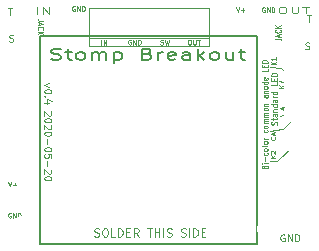
<source format=gto>
G04 #@! TF.GenerationSoftware,KiCad,Pcbnew,(5.99.0-1730-g52ae0df7a)*
G04 #@! TF.CreationDate,2020-05-20T09:09:00+03:00*
G04 #@! TF.ProjectId,stomp-breakout,73746f6d-702d-4627-9265-616b6f75742e,rev?*
G04 #@! TF.SameCoordinates,Original*
G04 #@! TF.FileFunction,Legend,Top*
G04 #@! TF.FilePolarity,Positive*
%FSLAX46Y46*%
G04 Gerber Fmt 4.6, Leading zero omitted, Abs format (unit mm)*
G04 Created by KiCad (PCBNEW (5.99.0-1730-g52ae0df7a)) date 2020-05-20 09:09:00*
%MOMM*%
%LPD*%
G01*
G04 APERTURE LIST*
%ADD10C,0.120000*%
%ADD11C,0.080000*%
%ADD12C,0.100000*%
%ADD13C,0.150000*%
%ADD14C,0.152400*%
%ADD15O,2.030400X2.030400*%
%ADD16O,1.700000X1.700000*%
%ADD17C,1.700000*%
%ADD18C,1.900000*%
%ADD19O,3.916000X3.916000*%
G04 APERTURE END LIST*
D10*
X158623000Y-96418400D02*
X160096200Y-94945200D01*
X157962600Y-96418400D02*
X158623000Y-96418400D01*
D11*
X158473752Y-88230038D02*
X158073752Y-88230038D01*
X158473752Y-88001466D02*
X158245180Y-88172895D01*
X158073752Y-88001466D02*
X158302323Y-88230038D01*
X158473752Y-87620514D02*
X158473752Y-87849085D01*
X158473752Y-87734800D02*
X158073752Y-87734800D01*
X158130895Y-87772895D01*
X158168990Y-87810990D01*
X158188038Y-87849085D01*
X159096066Y-92043238D02*
X159096066Y-91852761D01*
X159210352Y-92081333D02*
X158810352Y-91948000D01*
X159210352Y-91814666D01*
X158448352Y-96154838D02*
X158048352Y-96154838D01*
X158448352Y-95926266D02*
X158219780Y-96097695D01*
X158048352Y-95926266D02*
X158276923Y-96154838D01*
X158086447Y-95773885D02*
X158067400Y-95754838D01*
X158048352Y-95716742D01*
X158048352Y-95621504D01*
X158067400Y-95583409D01*
X158086447Y-95564361D01*
X158124542Y-95545314D01*
X158162638Y-95545314D01*
X158219780Y-95564361D01*
X158448352Y-95792933D01*
X158448352Y-95545314D01*
X159159552Y-90198561D02*
X158759552Y-90198561D01*
X159159552Y-89969990D02*
X158930980Y-90141419D01*
X158759552Y-89969990D02*
X158988123Y-90198561D01*
X158410257Y-94357819D02*
X158429304Y-94376866D01*
X158448352Y-94434009D01*
X158448352Y-94472104D01*
X158429304Y-94529247D01*
X158391209Y-94567342D01*
X158353114Y-94586390D01*
X158276923Y-94605438D01*
X158219780Y-94605438D01*
X158143590Y-94586390D01*
X158105495Y-94567342D01*
X158067400Y-94529247D01*
X158048352Y-94472104D01*
X158048352Y-94434009D01*
X158067400Y-94376866D01*
X158086447Y-94357819D01*
X158334066Y-94205438D02*
X158334066Y-94014961D01*
X158448352Y-94243533D02*
X158048352Y-94110200D01*
X158448352Y-93976866D01*
D10*
X159054800Y-93700600D02*
X160147000Y-92710000D01*
X158013400Y-93853000D02*
X159029400Y-93726000D01*
X158953200Y-88493600D02*
X159842200Y-89382600D01*
X157988000Y-88442800D02*
X158953200Y-88493600D01*
X158800800Y-92608400D02*
X159410400Y-92405200D01*
X158775400Y-89636600D02*
X159410400Y-89814400D01*
D11*
X157520485Y-96886000D02*
X157544295Y-96826000D01*
X157568104Y-96806000D01*
X157615723Y-96786000D01*
X157687152Y-96786000D01*
X157734771Y-96806000D01*
X157758580Y-96826000D01*
X157782390Y-96866000D01*
X157782390Y-97026000D01*
X157282390Y-97026000D01*
X157282390Y-96886000D01*
X157306200Y-96846000D01*
X157330009Y-96826000D01*
X157377628Y-96806000D01*
X157425247Y-96806000D01*
X157472866Y-96826000D01*
X157496676Y-96846000D01*
X157520485Y-96886000D01*
X157520485Y-97026000D01*
X157782390Y-96606000D02*
X157449057Y-96606000D01*
X157282390Y-96606000D02*
X157306200Y-96626000D01*
X157330009Y-96606000D01*
X157306200Y-96586000D01*
X157282390Y-96606000D01*
X157330009Y-96606000D01*
X157591914Y-96406000D02*
X157591914Y-96086000D01*
X157758580Y-95706000D02*
X157782390Y-95746000D01*
X157782390Y-95826000D01*
X157758580Y-95866000D01*
X157734771Y-95886000D01*
X157687152Y-95906000D01*
X157544295Y-95906000D01*
X157496676Y-95886000D01*
X157472866Y-95866000D01*
X157449057Y-95826000D01*
X157449057Y-95746000D01*
X157472866Y-95706000D01*
X157782390Y-95466000D02*
X157758580Y-95506000D01*
X157734771Y-95526000D01*
X157687152Y-95546000D01*
X157544295Y-95546000D01*
X157496676Y-95526000D01*
X157472866Y-95506000D01*
X157449057Y-95466000D01*
X157449057Y-95406000D01*
X157472866Y-95366000D01*
X157496676Y-95346000D01*
X157544295Y-95326000D01*
X157687152Y-95326000D01*
X157734771Y-95346000D01*
X157758580Y-95366000D01*
X157782390Y-95406000D01*
X157782390Y-95466000D01*
X157782390Y-95086000D02*
X157758580Y-95126000D01*
X157710961Y-95146000D01*
X157282390Y-95146000D01*
X157782390Y-94866000D02*
X157758580Y-94906000D01*
X157734771Y-94926000D01*
X157687152Y-94946000D01*
X157544295Y-94946000D01*
X157496676Y-94926000D01*
X157472866Y-94906000D01*
X157449057Y-94866000D01*
X157449057Y-94806000D01*
X157472866Y-94766000D01*
X157496676Y-94746000D01*
X157544295Y-94726000D01*
X157687152Y-94726000D01*
X157734771Y-94746000D01*
X157758580Y-94766000D01*
X157782390Y-94806000D01*
X157782390Y-94866000D01*
X157782390Y-94546000D02*
X157449057Y-94546000D01*
X157544295Y-94546000D02*
X157496676Y-94526000D01*
X157472866Y-94506000D01*
X157449057Y-94466000D01*
X157449057Y-94426000D01*
X157758580Y-93786000D02*
X157782390Y-93826000D01*
X157782390Y-93906000D01*
X157758580Y-93946000D01*
X157734771Y-93966000D01*
X157687152Y-93986000D01*
X157544295Y-93986000D01*
X157496676Y-93966000D01*
X157472866Y-93946000D01*
X157449057Y-93906000D01*
X157449057Y-93826000D01*
X157472866Y-93786000D01*
X157782390Y-93546000D02*
X157758580Y-93586000D01*
X157734771Y-93606000D01*
X157687152Y-93626000D01*
X157544295Y-93626000D01*
X157496676Y-93606000D01*
X157472866Y-93586000D01*
X157449057Y-93546000D01*
X157449057Y-93486000D01*
X157472866Y-93446000D01*
X157496676Y-93426000D01*
X157544295Y-93406000D01*
X157687152Y-93406000D01*
X157734771Y-93426000D01*
X157758580Y-93446000D01*
X157782390Y-93486000D01*
X157782390Y-93546000D01*
X157782390Y-93226000D02*
X157449057Y-93226000D01*
X157496676Y-93226000D02*
X157472866Y-93206000D01*
X157449057Y-93166000D01*
X157449057Y-93106000D01*
X157472866Y-93066000D01*
X157520485Y-93046000D01*
X157782390Y-93046000D01*
X157520485Y-93046000D02*
X157472866Y-93026000D01*
X157449057Y-92986000D01*
X157449057Y-92926000D01*
X157472866Y-92886000D01*
X157520485Y-92866000D01*
X157782390Y-92866000D01*
X157782390Y-92666000D02*
X157449057Y-92666000D01*
X157496676Y-92666000D02*
X157472866Y-92646000D01*
X157449057Y-92606000D01*
X157449057Y-92546000D01*
X157472866Y-92506000D01*
X157520485Y-92486000D01*
X157782390Y-92486000D01*
X157520485Y-92486000D02*
X157472866Y-92466000D01*
X157449057Y-92426000D01*
X157449057Y-92366000D01*
X157472866Y-92326000D01*
X157520485Y-92306000D01*
X157782390Y-92306000D01*
X157782390Y-92046000D02*
X157758580Y-92086000D01*
X157734771Y-92106000D01*
X157687152Y-92126000D01*
X157544295Y-92126000D01*
X157496676Y-92106000D01*
X157472866Y-92086000D01*
X157449057Y-92046000D01*
X157449057Y-91986000D01*
X157472866Y-91946000D01*
X157496676Y-91926000D01*
X157544295Y-91906000D01*
X157687152Y-91906000D01*
X157734771Y-91926000D01*
X157758580Y-91946000D01*
X157782390Y-91986000D01*
X157782390Y-92046000D01*
X157449057Y-91726000D02*
X157782390Y-91726000D01*
X157496676Y-91726000D02*
X157472866Y-91706000D01*
X157449057Y-91666000D01*
X157449057Y-91606000D01*
X157472866Y-91566000D01*
X157520485Y-91546000D01*
X157782390Y-91546000D01*
X157782390Y-90846000D02*
X157520485Y-90846000D01*
X157472866Y-90866000D01*
X157449057Y-90906000D01*
X157449057Y-90986000D01*
X157472866Y-91026000D01*
X157758580Y-90846000D02*
X157782390Y-90886000D01*
X157782390Y-90986000D01*
X157758580Y-91026000D01*
X157710961Y-91046000D01*
X157663342Y-91046000D01*
X157615723Y-91026000D01*
X157591914Y-90986000D01*
X157591914Y-90886000D01*
X157568104Y-90846000D01*
X157449057Y-90646000D02*
X157782390Y-90646000D01*
X157496676Y-90646000D02*
X157472866Y-90626000D01*
X157449057Y-90586000D01*
X157449057Y-90526000D01*
X157472866Y-90486000D01*
X157520485Y-90466000D01*
X157782390Y-90466000D01*
X157782390Y-90206000D02*
X157758580Y-90246000D01*
X157734771Y-90266000D01*
X157687152Y-90286000D01*
X157544295Y-90286000D01*
X157496676Y-90266000D01*
X157472866Y-90246000D01*
X157449057Y-90206000D01*
X157449057Y-90146000D01*
X157472866Y-90106000D01*
X157496676Y-90086000D01*
X157544295Y-90066000D01*
X157687152Y-90066000D01*
X157734771Y-90086000D01*
X157758580Y-90106000D01*
X157782390Y-90146000D01*
X157782390Y-90206000D01*
X157782390Y-89706000D02*
X157282390Y-89706000D01*
X157758580Y-89706000D02*
X157782390Y-89746000D01*
X157782390Y-89826000D01*
X157758580Y-89866000D01*
X157734771Y-89886000D01*
X157687152Y-89906000D01*
X157544295Y-89906000D01*
X157496676Y-89886000D01*
X157472866Y-89866000D01*
X157449057Y-89826000D01*
X157449057Y-89746000D01*
X157472866Y-89706000D01*
X157758580Y-89346000D02*
X157782390Y-89386000D01*
X157782390Y-89466000D01*
X157758580Y-89506000D01*
X157710961Y-89526000D01*
X157520485Y-89526000D01*
X157472866Y-89506000D01*
X157449057Y-89466000D01*
X157449057Y-89386000D01*
X157472866Y-89346000D01*
X157520485Y-89326000D01*
X157568104Y-89326000D01*
X157615723Y-89526000D01*
X157782390Y-88626000D02*
X157782390Y-88826000D01*
X157282390Y-88826000D01*
X157520485Y-88486000D02*
X157520485Y-88346000D01*
X157782390Y-88286000D02*
X157782390Y-88486000D01*
X157282390Y-88486000D01*
X157282390Y-88286000D01*
X157782390Y-88106000D02*
X157282390Y-88106000D01*
X157282390Y-88006000D01*
X157306200Y-87946000D01*
X157353819Y-87906000D01*
X157401438Y-87886000D01*
X157496676Y-87866000D01*
X157568104Y-87866000D01*
X157663342Y-87886000D01*
X157710961Y-87906000D01*
X157758580Y-87946000D01*
X157782390Y-88006000D01*
X157782390Y-88106000D01*
X158571380Y-93331628D02*
X158595190Y-93267342D01*
X158595190Y-93160200D01*
X158571380Y-93117342D01*
X158547571Y-93095914D01*
X158499952Y-93074485D01*
X158452333Y-93074485D01*
X158404714Y-93095914D01*
X158380904Y-93117342D01*
X158357095Y-93160200D01*
X158333285Y-93245914D01*
X158309476Y-93288771D01*
X158285666Y-93310200D01*
X158238047Y-93331628D01*
X158190428Y-93331628D01*
X158142809Y-93310200D01*
X158119000Y-93288771D01*
X158095190Y-93245914D01*
X158095190Y-93138771D01*
X158119000Y-93074485D01*
X158261857Y-92945914D02*
X158261857Y-92774485D01*
X158095190Y-92881628D02*
X158523761Y-92881628D01*
X158571380Y-92860200D01*
X158595190Y-92817342D01*
X158595190Y-92774485D01*
X158595190Y-92431628D02*
X158333285Y-92431628D01*
X158285666Y-92453057D01*
X158261857Y-92495914D01*
X158261857Y-92581628D01*
X158285666Y-92624485D01*
X158571380Y-92431628D02*
X158595190Y-92474485D01*
X158595190Y-92581628D01*
X158571380Y-92624485D01*
X158523761Y-92645914D01*
X158476142Y-92645914D01*
X158428523Y-92624485D01*
X158404714Y-92581628D01*
X158404714Y-92474485D01*
X158380904Y-92431628D01*
X158261857Y-92217342D02*
X158595190Y-92217342D01*
X158309476Y-92217342D02*
X158285666Y-92195914D01*
X158261857Y-92153057D01*
X158261857Y-92088771D01*
X158285666Y-92045914D01*
X158333285Y-92024485D01*
X158595190Y-92024485D01*
X158595190Y-91617342D02*
X158095190Y-91617342D01*
X158571380Y-91617342D02*
X158595190Y-91660200D01*
X158595190Y-91745914D01*
X158571380Y-91788771D01*
X158547571Y-91810200D01*
X158499952Y-91831628D01*
X158357095Y-91831628D01*
X158309476Y-91810200D01*
X158285666Y-91788771D01*
X158261857Y-91745914D01*
X158261857Y-91660200D01*
X158285666Y-91617342D01*
X158595190Y-91210200D02*
X158333285Y-91210200D01*
X158285666Y-91231628D01*
X158261857Y-91274485D01*
X158261857Y-91360200D01*
X158285666Y-91403057D01*
X158571380Y-91210200D02*
X158595190Y-91253057D01*
X158595190Y-91360200D01*
X158571380Y-91403057D01*
X158523761Y-91424485D01*
X158476142Y-91424485D01*
X158428523Y-91403057D01*
X158404714Y-91360200D01*
X158404714Y-91253057D01*
X158380904Y-91210200D01*
X158595190Y-90995914D02*
X158261857Y-90995914D01*
X158357095Y-90995914D02*
X158309476Y-90974485D01*
X158285666Y-90953057D01*
X158261857Y-90910200D01*
X158261857Y-90867342D01*
X158595190Y-90524485D02*
X158095190Y-90524485D01*
X158571380Y-90524485D02*
X158595190Y-90567342D01*
X158595190Y-90653057D01*
X158571380Y-90695914D01*
X158547571Y-90717342D01*
X158499952Y-90738771D01*
X158357095Y-90738771D01*
X158309476Y-90717342D01*
X158285666Y-90695914D01*
X158261857Y-90653057D01*
X158261857Y-90567342D01*
X158285666Y-90524485D01*
X158595190Y-89753057D02*
X158595190Y-89967342D01*
X158095190Y-89967342D01*
X158333285Y-89603057D02*
X158333285Y-89453057D01*
X158595190Y-89388771D02*
X158595190Y-89603057D01*
X158095190Y-89603057D01*
X158095190Y-89388771D01*
X158595190Y-89195914D02*
X158095190Y-89195914D01*
X158095190Y-89088771D01*
X158119000Y-89024485D01*
X158166619Y-88981628D01*
X158214238Y-88960200D01*
X158309476Y-88938771D01*
X158380904Y-88938771D01*
X158476142Y-88960200D01*
X158523761Y-88981628D01*
X158571380Y-89024485D01*
X158595190Y-89088771D01*
X158595190Y-89195914D01*
D12*
X158412690Y-86048785D02*
X158769833Y-86048785D01*
X158841261Y-86067833D01*
X158888880Y-86105928D01*
X158912690Y-86163071D01*
X158912690Y-86201166D01*
X158769833Y-85877357D02*
X158769833Y-85686880D01*
X158912690Y-85915452D02*
X158412690Y-85782119D01*
X158912690Y-85648785D01*
X158865071Y-85286880D02*
X158888880Y-85305928D01*
X158912690Y-85363071D01*
X158912690Y-85401166D01*
X158888880Y-85458309D01*
X158841261Y-85496404D01*
X158793642Y-85515452D01*
X158698404Y-85534500D01*
X158626976Y-85534500D01*
X158531738Y-85515452D01*
X158484119Y-85496404D01*
X158436500Y-85458309D01*
X158412690Y-85401166D01*
X158412690Y-85363071D01*
X158436500Y-85305928D01*
X158460309Y-85286880D01*
X158912690Y-85115452D02*
X158412690Y-85115452D01*
X158912690Y-84886880D02*
X158626976Y-85058309D01*
X158412690Y-84886880D02*
X158698404Y-85115452D01*
X138805409Y-84524914D02*
X138448266Y-84524914D01*
X138376838Y-84505866D01*
X138329219Y-84467771D01*
X138305409Y-84410628D01*
X138305409Y-84372533D01*
X138448266Y-84696342D02*
X138448266Y-84886819D01*
X138305409Y-84658247D02*
X138805409Y-84791580D01*
X138305409Y-84924914D01*
X138353028Y-85286819D02*
X138329219Y-85267771D01*
X138305409Y-85210628D01*
X138305409Y-85172533D01*
X138329219Y-85115390D01*
X138376838Y-85077295D01*
X138424457Y-85058247D01*
X138519695Y-85039200D01*
X138591123Y-85039200D01*
X138686361Y-85058247D01*
X138733980Y-85077295D01*
X138781600Y-85115390D01*
X138805409Y-85172533D01*
X138805409Y-85210628D01*
X138781600Y-85267771D01*
X138757790Y-85286819D01*
X138305409Y-85458247D02*
X138805409Y-85458247D01*
X138305409Y-85686819D02*
X138591123Y-85515390D01*
X138805409Y-85686819D02*
X138519695Y-85458247D01*
X139269771Y-89840314D02*
X138869771Y-89983171D01*
X139269771Y-90126028D01*
X139469771Y-90468885D02*
X139469771Y-90526028D01*
X139441200Y-90583171D01*
X139412628Y-90611742D01*
X139355485Y-90640314D01*
X139241200Y-90668885D01*
X139098342Y-90668885D01*
X138984057Y-90640314D01*
X138926914Y-90611742D01*
X138898342Y-90583171D01*
X138869771Y-90526028D01*
X138869771Y-90468885D01*
X138898342Y-90411742D01*
X138926914Y-90383171D01*
X138984057Y-90354600D01*
X139098342Y-90326028D01*
X139241200Y-90326028D01*
X139355485Y-90354600D01*
X139412628Y-90383171D01*
X139441200Y-90411742D01*
X139469771Y-90468885D01*
X138926914Y-90926028D02*
X138898342Y-90954600D01*
X138869771Y-90926028D01*
X138898342Y-90897457D01*
X138926914Y-90926028D01*
X138869771Y-90926028D01*
X139269771Y-91468885D02*
X138869771Y-91468885D01*
X139498342Y-91326028D02*
X139069771Y-91183171D01*
X139069771Y-91554600D01*
X139412628Y-92211742D02*
X139441200Y-92240314D01*
X139469771Y-92297457D01*
X139469771Y-92440314D01*
X139441200Y-92497457D01*
X139412628Y-92526028D01*
X139355485Y-92554600D01*
X139298342Y-92554600D01*
X139212628Y-92526028D01*
X138869771Y-92183171D01*
X138869771Y-92554600D01*
X139469771Y-92926028D02*
X139469771Y-92983171D01*
X139441200Y-93040314D01*
X139412628Y-93068885D01*
X139355485Y-93097457D01*
X139241200Y-93126028D01*
X139098342Y-93126028D01*
X138984057Y-93097457D01*
X138926914Y-93068885D01*
X138898342Y-93040314D01*
X138869771Y-92983171D01*
X138869771Y-92926028D01*
X138898342Y-92868885D01*
X138926914Y-92840314D01*
X138984057Y-92811742D01*
X139098342Y-92783171D01*
X139241200Y-92783171D01*
X139355485Y-92811742D01*
X139412628Y-92840314D01*
X139441200Y-92868885D01*
X139469771Y-92926028D01*
X139412628Y-93354600D02*
X139441200Y-93383171D01*
X139469771Y-93440314D01*
X139469771Y-93583171D01*
X139441200Y-93640314D01*
X139412628Y-93668885D01*
X139355485Y-93697457D01*
X139298342Y-93697457D01*
X139212628Y-93668885D01*
X138869771Y-93326028D01*
X138869771Y-93697457D01*
X139469771Y-94068885D02*
X139469771Y-94126028D01*
X139441200Y-94183171D01*
X139412628Y-94211742D01*
X139355485Y-94240314D01*
X139241200Y-94268885D01*
X139098342Y-94268885D01*
X138984057Y-94240314D01*
X138926914Y-94211742D01*
X138898342Y-94183171D01*
X138869771Y-94126028D01*
X138869771Y-94068885D01*
X138898342Y-94011742D01*
X138926914Y-93983171D01*
X138984057Y-93954600D01*
X139098342Y-93926028D01*
X139241200Y-93926028D01*
X139355485Y-93954600D01*
X139412628Y-93983171D01*
X139441200Y-94011742D01*
X139469771Y-94068885D01*
X139098342Y-94526028D02*
X139098342Y-94983171D01*
X139469771Y-95383171D02*
X139469771Y-95440314D01*
X139441200Y-95497457D01*
X139412628Y-95526028D01*
X139355485Y-95554600D01*
X139241200Y-95583171D01*
X139098342Y-95583171D01*
X138984057Y-95554600D01*
X138926914Y-95526028D01*
X138898342Y-95497457D01*
X138869771Y-95440314D01*
X138869771Y-95383171D01*
X138898342Y-95326028D01*
X138926914Y-95297457D01*
X138984057Y-95268885D01*
X139098342Y-95240314D01*
X139241200Y-95240314D01*
X139355485Y-95268885D01*
X139412628Y-95297457D01*
X139441200Y-95326028D01*
X139469771Y-95383171D01*
X139469771Y-96126028D02*
X139469771Y-95840314D01*
X139184057Y-95811742D01*
X139212628Y-95840314D01*
X139241200Y-95897457D01*
X139241200Y-96040314D01*
X139212628Y-96097457D01*
X139184057Y-96126028D01*
X139126914Y-96154600D01*
X138984057Y-96154600D01*
X138926914Y-96126028D01*
X138898342Y-96097457D01*
X138869771Y-96040314D01*
X138869771Y-95897457D01*
X138898342Y-95840314D01*
X138926914Y-95811742D01*
X139098342Y-96411742D02*
X139098342Y-96868885D01*
X139412628Y-97126028D02*
X139441200Y-97154600D01*
X139469771Y-97211742D01*
X139469771Y-97354600D01*
X139441200Y-97411742D01*
X139412628Y-97440314D01*
X139355485Y-97468885D01*
X139298342Y-97468885D01*
X139212628Y-97440314D01*
X138869771Y-97097457D01*
X138869771Y-97468885D01*
X139469771Y-97840314D02*
X139469771Y-97897457D01*
X139441200Y-97954600D01*
X139412628Y-97983171D01*
X139355485Y-98011742D01*
X139241200Y-98040314D01*
X139098342Y-98040314D01*
X138984057Y-98011742D01*
X138926914Y-97983171D01*
X138898342Y-97954600D01*
X138869771Y-97897457D01*
X138869771Y-97840314D01*
X138898342Y-97783171D01*
X138926914Y-97754600D01*
X138984057Y-97726028D01*
X139098342Y-97697457D01*
X139241200Y-97697457D01*
X139355485Y-97726028D01*
X139412628Y-97754600D01*
X139441200Y-97783171D01*
X139469771Y-97840314D01*
X159207257Y-102646200D02*
X159150114Y-102617628D01*
X159064400Y-102617628D01*
X158978685Y-102646200D01*
X158921542Y-102703342D01*
X158892971Y-102760485D01*
X158864400Y-102874771D01*
X158864400Y-102960485D01*
X158892971Y-103074771D01*
X158921542Y-103131914D01*
X158978685Y-103189057D01*
X159064400Y-103217628D01*
X159121542Y-103217628D01*
X159207257Y-103189057D01*
X159235828Y-103160485D01*
X159235828Y-102960485D01*
X159121542Y-102960485D01*
X159492971Y-103217628D02*
X159492971Y-102617628D01*
X159835828Y-103217628D01*
X159835828Y-102617628D01*
X160121542Y-103217628D02*
X160121542Y-102617628D01*
X160264400Y-102617628D01*
X160350114Y-102646200D01*
X160407257Y-102703342D01*
X160435828Y-102760485D01*
X160464400Y-102874771D01*
X160464400Y-102960485D01*
X160435828Y-103074771D01*
X160407257Y-103131914D01*
X160350114Y-103189057D01*
X160264400Y-103217628D01*
X160121542Y-103217628D01*
D11*
X141478038Y-83315200D02*
X141439942Y-83296152D01*
X141382800Y-83296152D01*
X141325657Y-83315200D01*
X141287561Y-83353295D01*
X141268514Y-83391390D01*
X141249466Y-83467580D01*
X141249466Y-83524723D01*
X141268514Y-83600914D01*
X141287561Y-83639009D01*
X141325657Y-83677104D01*
X141382800Y-83696152D01*
X141420895Y-83696152D01*
X141478038Y-83677104D01*
X141497085Y-83658057D01*
X141497085Y-83524723D01*
X141420895Y-83524723D01*
X141668514Y-83696152D02*
X141668514Y-83296152D01*
X141897085Y-83696152D01*
X141897085Y-83296152D01*
X142087561Y-83696152D02*
X142087561Y-83296152D01*
X142182800Y-83296152D01*
X142239942Y-83315200D01*
X142278038Y-83353295D01*
X142297085Y-83391390D01*
X142316133Y-83467580D01*
X142316133Y-83524723D01*
X142297085Y-83600914D01*
X142278038Y-83639009D01*
X142239942Y-83677104D01*
X142182800Y-83696152D01*
X142087561Y-83696152D01*
D12*
X138261790Y-83964428D02*
X138261790Y-83364428D01*
X138737980Y-83964428D02*
X138737980Y-83364428D01*
X139309409Y-83964428D01*
X139309409Y-83364428D01*
X135909071Y-86285357D02*
X135994785Y-86313928D01*
X136137642Y-86313928D01*
X136194785Y-86285357D01*
X136223357Y-86256785D01*
X136251928Y-86199642D01*
X136251928Y-86142500D01*
X136223357Y-86085357D01*
X136194785Y-86056785D01*
X136137642Y-86028214D01*
X136023357Y-85999642D01*
X135966214Y-85971071D01*
X135937642Y-85942500D01*
X135909071Y-85885357D01*
X135909071Y-85828214D01*
X135937642Y-85771071D01*
X135966214Y-85742500D01*
X136023357Y-85713928D01*
X136166214Y-85713928D01*
X136251928Y-85742500D01*
X135845571Y-83427928D02*
X136188428Y-83427928D01*
X136017000Y-84027928D02*
X136017000Y-83427928D01*
X158956500Y-83355690D02*
X159146976Y-83355690D01*
X159242214Y-83379500D01*
X159337452Y-83427119D01*
X159385071Y-83522357D01*
X159385071Y-83689023D01*
X159337452Y-83784261D01*
X159242214Y-83831880D01*
X159146976Y-83855690D01*
X158956500Y-83855690D01*
X158861261Y-83831880D01*
X158766023Y-83784261D01*
X158718404Y-83689023D01*
X158718404Y-83522357D01*
X158766023Y-83427119D01*
X158861261Y-83379500D01*
X158956500Y-83355690D01*
X159813642Y-83355690D02*
X159813642Y-83760452D01*
X159861261Y-83808071D01*
X159908880Y-83831880D01*
X160004119Y-83855690D01*
X160194595Y-83855690D01*
X160289833Y-83831880D01*
X160337452Y-83808071D01*
X160385071Y-83760452D01*
X160385071Y-83355690D01*
X160718404Y-83355690D02*
X161289833Y-83355690D01*
X161004119Y-83855690D02*
X161004119Y-83355690D01*
X160991571Y-86933057D02*
X161077285Y-86961628D01*
X161220142Y-86961628D01*
X161277285Y-86933057D01*
X161305857Y-86904485D01*
X161334428Y-86847342D01*
X161334428Y-86790200D01*
X161305857Y-86733057D01*
X161277285Y-86704485D01*
X161220142Y-86675914D01*
X161105857Y-86647342D01*
X161048714Y-86618771D01*
X161020142Y-86590200D01*
X160991571Y-86533057D01*
X160991571Y-86475914D01*
X161020142Y-86418771D01*
X161048714Y-86390200D01*
X161105857Y-86361628D01*
X161248714Y-86361628D01*
X161334428Y-86390200D01*
X161093171Y-84050228D02*
X161436028Y-84050228D01*
X161264600Y-84650228D02*
X161264600Y-84050228D01*
D11*
X157530838Y-83416800D02*
X157492742Y-83397752D01*
X157435600Y-83397752D01*
X157378457Y-83416800D01*
X157340361Y-83454895D01*
X157321314Y-83492990D01*
X157302266Y-83569180D01*
X157302266Y-83626323D01*
X157321314Y-83702514D01*
X157340361Y-83740609D01*
X157378457Y-83778704D01*
X157435600Y-83797752D01*
X157473695Y-83797752D01*
X157530838Y-83778704D01*
X157549885Y-83759657D01*
X157549885Y-83626323D01*
X157473695Y-83626323D01*
X157721314Y-83797752D02*
X157721314Y-83397752D01*
X157949885Y-83797752D01*
X157949885Y-83397752D01*
X158140361Y-83797752D02*
X158140361Y-83397752D01*
X158235600Y-83397752D01*
X158292742Y-83416800D01*
X158330838Y-83454895D01*
X158349885Y-83492990D01*
X158368933Y-83569180D01*
X158368933Y-83626323D01*
X158349885Y-83702514D01*
X158330838Y-83740609D01*
X158292742Y-83778704D01*
X158235600Y-83797752D01*
X158140361Y-83797752D01*
X155117847Y-83346952D02*
X155251180Y-83746952D01*
X155384514Y-83346952D01*
X155517847Y-83594571D02*
X155822609Y-83594571D01*
X155670228Y-83746952D02*
X155670228Y-83442190D01*
X135813847Y-98155152D02*
X135947180Y-98555152D01*
X136080514Y-98155152D01*
X136213847Y-98402771D02*
X136518609Y-98402771D01*
X136366228Y-98555152D02*
X136366228Y-98250390D01*
X136042438Y-100815800D02*
X136004342Y-100796752D01*
X135947200Y-100796752D01*
X135890057Y-100815800D01*
X135851961Y-100853895D01*
X135832914Y-100891990D01*
X135813866Y-100968180D01*
X135813866Y-101025323D01*
X135832914Y-101101514D01*
X135851961Y-101139609D01*
X135890057Y-101177704D01*
X135947200Y-101196752D01*
X135985295Y-101196752D01*
X136042438Y-101177704D01*
X136061485Y-101158657D01*
X136061485Y-101025323D01*
X135985295Y-101025323D01*
X136232914Y-101196752D02*
X136232914Y-100796752D01*
X136461485Y-101196752D01*
X136461485Y-100796752D01*
X136651961Y-101196752D02*
X136651961Y-100796752D01*
X136747200Y-100796752D01*
X136804342Y-100815800D01*
X136842438Y-100853895D01*
X136861485Y-100891990D01*
X136880533Y-100968180D01*
X136880533Y-101025323D01*
X136861485Y-101101514D01*
X136842438Y-101139609D01*
X136804342Y-101177704D01*
X136747200Y-101196752D01*
X136651961Y-101196752D01*
D13*
X139466066Y-87785923D02*
X139666066Y-87831161D01*
X139999400Y-87831161D01*
X140132733Y-87785923D01*
X140199400Y-87740685D01*
X140266066Y-87650209D01*
X140266066Y-87559733D01*
X140199400Y-87469257D01*
X140132733Y-87424019D01*
X139999400Y-87378780D01*
X139732733Y-87333542D01*
X139599400Y-87288304D01*
X139532733Y-87243066D01*
X139466066Y-87152590D01*
X139466066Y-87062114D01*
X139532733Y-86971638D01*
X139599400Y-86926400D01*
X139732733Y-86881161D01*
X140066066Y-86881161D01*
X140266066Y-86926400D01*
X140666066Y-87197828D02*
X141199400Y-87197828D01*
X140866066Y-86881161D02*
X140866066Y-87695447D01*
X140932733Y-87785923D01*
X141066066Y-87831161D01*
X141199400Y-87831161D01*
X141866066Y-87831161D02*
X141732733Y-87785923D01*
X141666066Y-87740685D01*
X141599400Y-87650209D01*
X141599400Y-87378780D01*
X141666066Y-87288304D01*
X141732733Y-87243066D01*
X141866066Y-87197828D01*
X142066066Y-87197828D01*
X142199400Y-87243066D01*
X142266066Y-87288304D01*
X142332733Y-87378780D01*
X142332733Y-87650209D01*
X142266066Y-87740685D01*
X142199400Y-87785923D01*
X142066066Y-87831161D01*
X141866066Y-87831161D01*
X142932733Y-87831161D02*
X142932733Y-87197828D01*
X142932733Y-87288304D02*
X142999400Y-87243066D01*
X143132733Y-87197828D01*
X143332733Y-87197828D01*
X143466066Y-87243066D01*
X143532733Y-87333542D01*
X143532733Y-87831161D01*
X143532733Y-87333542D02*
X143599400Y-87243066D01*
X143732733Y-87197828D01*
X143932733Y-87197828D01*
X144066066Y-87243066D01*
X144132733Y-87333542D01*
X144132733Y-87831161D01*
X144799400Y-87197828D02*
X144799400Y-88147828D01*
X144799400Y-87243066D02*
X144932733Y-87197828D01*
X145199400Y-87197828D01*
X145332733Y-87243066D01*
X145399400Y-87288304D01*
X145466066Y-87378780D01*
X145466066Y-87650209D01*
X145399400Y-87740685D01*
X145332733Y-87785923D01*
X145199400Y-87831161D01*
X144932733Y-87831161D01*
X144799400Y-87785923D01*
X147599400Y-87333542D02*
X147799400Y-87378780D01*
X147866066Y-87424019D01*
X147932733Y-87514495D01*
X147932733Y-87650209D01*
X147866066Y-87740685D01*
X147799400Y-87785923D01*
X147666066Y-87831161D01*
X147132733Y-87831161D01*
X147132733Y-86881161D01*
X147599400Y-86881161D01*
X147732733Y-86926400D01*
X147799400Y-86971638D01*
X147866066Y-87062114D01*
X147866066Y-87152590D01*
X147799400Y-87243066D01*
X147732733Y-87288304D01*
X147599400Y-87333542D01*
X147132733Y-87333542D01*
X148532733Y-87831161D02*
X148532733Y-87197828D01*
X148532733Y-87378780D02*
X148599400Y-87288304D01*
X148666066Y-87243066D01*
X148799400Y-87197828D01*
X148932733Y-87197828D01*
X149932733Y-87785923D02*
X149799400Y-87831161D01*
X149532733Y-87831161D01*
X149399400Y-87785923D01*
X149332733Y-87695447D01*
X149332733Y-87333542D01*
X149399400Y-87243066D01*
X149532733Y-87197828D01*
X149799400Y-87197828D01*
X149932733Y-87243066D01*
X149999400Y-87333542D01*
X149999400Y-87424019D01*
X149332733Y-87514495D01*
X151199400Y-87831161D02*
X151199400Y-87333542D01*
X151132733Y-87243066D01*
X150999400Y-87197828D01*
X150732733Y-87197828D01*
X150599400Y-87243066D01*
X151199400Y-87785923D02*
X151066066Y-87831161D01*
X150732733Y-87831161D01*
X150599400Y-87785923D01*
X150532733Y-87695447D01*
X150532733Y-87604971D01*
X150599400Y-87514495D01*
X150732733Y-87469257D01*
X151066066Y-87469257D01*
X151199400Y-87424019D01*
X151866066Y-87831161D02*
X151866066Y-86881161D01*
X151999400Y-87469257D02*
X152399400Y-87831161D01*
X152399400Y-87197828D02*
X151866066Y-87559733D01*
X153199400Y-87831161D02*
X153066066Y-87785923D01*
X152999400Y-87740685D01*
X152932733Y-87650209D01*
X152932733Y-87378780D01*
X152999400Y-87288304D01*
X153066066Y-87243066D01*
X153199400Y-87197828D01*
X153399400Y-87197828D01*
X153532733Y-87243066D01*
X153599400Y-87288304D01*
X153666066Y-87378780D01*
X153666066Y-87650209D01*
X153599400Y-87740685D01*
X153532733Y-87785923D01*
X153399400Y-87831161D01*
X153199400Y-87831161D01*
X154866066Y-87197828D02*
X154866066Y-87831161D01*
X154266066Y-87197828D02*
X154266066Y-87695447D01*
X154332733Y-87785923D01*
X154466066Y-87831161D01*
X154666066Y-87831161D01*
X154799400Y-87785923D01*
X154866066Y-87740685D01*
X155332733Y-87197828D02*
X155866066Y-87197828D01*
X155532733Y-86881161D02*
X155532733Y-87695447D01*
X155599400Y-87785923D01*
X155732733Y-87831161D01*
X155866066Y-87831161D01*
D12*
X143128000Y-102772333D02*
X143228000Y-102805666D01*
X143394666Y-102805666D01*
X143461333Y-102772333D01*
X143494666Y-102739000D01*
X143528000Y-102672333D01*
X143528000Y-102605666D01*
X143494666Y-102539000D01*
X143461333Y-102505666D01*
X143394666Y-102472333D01*
X143261333Y-102439000D01*
X143194666Y-102405666D01*
X143161333Y-102372333D01*
X143128000Y-102305666D01*
X143128000Y-102239000D01*
X143161333Y-102172333D01*
X143194666Y-102139000D01*
X143261333Y-102105666D01*
X143428000Y-102105666D01*
X143528000Y-102139000D01*
X143961333Y-102105666D02*
X144094666Y-102105666D01*
X144161333Y-102139000D01*
X144228000Y-102205666D01*
X144261333Y-102339000D01*
X144261333Y-102572333D01*
X144228000Y-102705666D01*
X144161333Y-102772333D01*
X144094666Y-102805666D01*
X143961333Y-102805666D01*
X143894666Y-102772333D01*
X143828000Y-102705666D01*
X143794666Y-102572333D01*
X143794666Y-102339000D01*
X143828000Y-102205666D01*
X143894666Y-102139000D01*
X143961333Y-102105666D01*
X144894666Y-102805666D02*
X144561333Y-102805666D01*
X144561333Y-102105666D01*
X145128000Y-102805666D02*
X145128000Y-102105666D01*
X145294666Y-102105666D01*
X145394666Y-102139000D01*
X145461333Y-102205666D01*
X145494666Y-102272333D01*
X145528000Y-102405666D01*
X145528000Y-102505666D01*
X145494666Y-102639000D01*
X145461333Y-102705666D01*
X145394666Y-102772333D01*
X145294666Y-102805666D01*
X145128000Y-102805666D01*
X145828000Y-102439000D02*
X146061333Y-102439000D01*
X146161333Y-102805666D02*
X145828000Y-102805666D01*
X145828000Y-102105666D01*
X146161333Y-102105666D01*
X146861333Y-102805666D02*
X146628000Y-102472333D01*
X146461333Y-102805666D02*
X146461333Y-102105666D01*
X146728000Y-102105666D01*
X146794666Y-102139000D01*
X146828000Y-102172333D01*
X146861333Y-102239000D01*
X146861333Y-102339000D01*
X146828000Y-102405666D01*
X146794666Y-102439000D01*
X146728000Y-102472333D01*
X146461333Y-102472333D01*
X147594666Y-102105666D02*
X147994666Y-102105666D01*
X147794666Y-102805666D02*
X147794666Y-102105666D01*
X148228000Y-102805666D02*
X148228000Y-102105666D01*
X148228000Y-102439000D02*
X148628000Y-102439000D01*
X148628000Y-102805666D02*
X148628000Y-102105666D01*
X148961333Y-102805666D02*
X148961333Y-102105666D01*
X149261333Y-102772333D02*
X149361333Y-102805666D01*
X149528000Y-102805666D01*
X149594666Y-102772333D01*
X149628000Y-102739000D01*
X149661333Y-102672333D01*
X149661333Y-102605666D01*
X149628000Y-102539000D01*
X149594666Y-102505666D01*
X149528000Y-102472333D01*
X149394666Y-102439000D01*
X149328000Y-102405666D01*
X149294666Y-102372333D01*
X149261333Y-102305666D01*
X149261333Y-102239000D01*
X149294666Y-102172333D01*
X149328000Y-102139000D01*
X149394666Y-102105666D01*
X149561333Y-102105666D01*
X149661333Y-102139000D01*
X150461333Y-102772333D02*
X150561333Y-102805666D01*
X150728000Y-102805666D01*
X150794666Y-102772333D01*
X150828000Y-102739000D01*
X150861333Y-102672333D01*
X150861333Y-102605666D01*
X150828000Y-102539000D01*
X150794666Y-102505666D01*
X150728000Y-102472333D01*
X150594666Y-102439000D01*
X150528000Y-102405666D01*
X150494666Y-102372333D01*
X150461333Y-102305666D01*
X150461333Y-102239000D01*
X150494666Y-102172333D01*
X150528000Y-102139000D01*
X150594666Y-102105666D01*
X150761333Y-102105666D01*
X150861333Y-102139000D01*
X151161333Y-102805666D02*
X151161333Y-102105666D01*
X151494666Y-102805666D02*
X151494666Y-102105666D01*
X151661333Y-102105666D01*
X151761333Y-102139000D01*
X151828000Y-102205666D01*
X151861333Y-102272333D01*
X151894666Y-102405666D01*
X151894666Y-102505666D01*
X151861333Y-102639000D01*
X151828000Y-102705666D01*
X151761333Y-102772333D01*
X151661333Y-102805666D01*
X151494666Y-102805666D01*
X152194666Y-102439000D02*
X152428000Y-102439000D01*
X152528000Y-102805666D02*
X152194666Y-102805666D01*
X152194666Y-102105666D01*
X152528000Y-102105666D01*
D11*
X151136400Y-86140952D02*
X151212590Y-86140952D01*
X151250685Y-86160000D01*
X151288780Y-86198095D01*
X151307828Y-86274285D01*
X151307828Y-86407619D01*
X151288780Y-86483809D01*
X151250685Y-86521904D01*
X151212590Y-86540952D01*
X151136400Y-86540952D01*
X151098304Y-86521904D01*
X151060209Y-86483809D01*
X151041161Y-86407619D01*
X151041161Y-86274285D01*
X151060209Y-86198095D01*
X151098304Y-86160000D01*
X151136400Y-86140952D01*
X151479257Y-86140952D02*
X151479257Y-86464761D01*
X151498304Y-86502857D01*
X151517352Y-86521904D01*
X151555447Y-86540952D01*
X151631638Y-86540952D01*
X151669733Y-86521904D01*
X151688780Y-86502857D01*
X151707828Y-86464761D01*
X151707828Y-86140952D01*
X151841161Y-86140952D02*
X152069733Y-86140952D01*
X151955447Y-86540952D02*
X151955447Y-86140952D01*
X148717042Y-86521904D02*
X148774185Y-86540952D01*
X148869423Y-86540952D01*
X148907519Y-86521904D01*
X148926566Y-86502857D01*
X148945614Y-86464761D01*
X148945614Y-86426666D01*
X148926566Y-86388571D01*
X148907519Y-86369523D01*
X148869423Y-86350476D01*
X148793233Y-86331428D01*
X148755138Y-86312380D01*
X148736090Y-86293333D01*
X148717042Y-86255238D01*
X148717042Y-86217142D01*
X148736090Y-86179047D01*
X148755138Y-86160000D01*
X148793233Y-86140952D01*
X148888471Y-86140952D01*
X148945614Y-86160000D01*
X149078947Y-86140952D02*
X149174185Y-86540952D01*
X149250376Y-86255238D01*
X149326566Y-86540952D01*
X149421804Y-86140952D01*
X146215138Y-86160000D02*
X146177042Y-86140952D01*
X146119900Y-86140952D01*
X146062757Y-86160000D01*
X146024661Y-86198095D01*
X146005614Y-86236190D01*
X145986566Y-86312380D01*
X145986566Y-86369523D01*
X146005614Y-86445714D01*
X146024661Y-86483809D01*
X146062757Y-86521904D01*
X146119900Y-86540952D01*
X146157995Y-86540952D01*
X146215138Y-86521904D01*
X146234185Y-86502857D01*
X146234185Y-86369523D01*
X146157995Y-86369523D01*
X146405614Y-86540952D02*
X146405614Y-86140952D01*
X146634185Y-86540952D01*
X146634185Y-86140952D01*
X146824661Y-86540952D02*
X146824661Y-86140952D01*
X146919900Y-86140952D01*
X146977042Y-86160000D01*
X147015138Y-86198095D01*
X147034185Y-86236190D01*
X147053233Y-86312380D01*
X147053233Y-86369523D01*
X147034185Y-86445714D01*
X147015138Y-86483809D01*
X146977042Y-86521904D01*
X146919900Y-86540952D01*
X146824661Y-86540952D01*
X143706876Y-86540952D02*
X143706876Y-86140952D01*
X143897352Y-86540952D02*
X143897352Y-86140952D01*
X144125923Y-86540952D01*
X144125923Y-86140952D01*
D14*
X138526400Y-85840400D02*
X156926400Y-85840400D01*
X156926400Y-85840400D02*
X156926400Y-103440400D01*
X156926400Y-103440400D02*
X138526400Y-103440400D01*
X138526400Y-103440400D02*
X138526400Y-85840400D01*
D11*
X152806400Y-86677500D02*
X152806400Y-83439000D01*
X142646400Y-86677500D02*
X142646400Y-83439000D01*
X152806400Y-85979000D02*
X142646400Y-85979000D01*
X142646400Y-83439000D02*
X152806400Y-83439000D01*
X142646400Y-86677500D02*
X152806400Y-86677500D01*
%LPC*%
D15*
X157937200Y-102158800D03*
X141033500Y-84709000D03*
D16*
X136906000Y-92151200D03*
D17*
X136906000Y-89611200D03*
X159893000Y-100163000D03*
G36*
G01*
X159093000Y-96813000D02*
X160693000Y-96813000D01*
G75*
G02*
X160743000Y-96863000I0J-50000D01*
G01*
X160743000Y-98463000D01*
G75*
G02*
X160693000Y-98513000I-50000J0D01*
G01*
X159093000Y-98513000D01*
G75*
G02*
X159043000Y-98463000I0J50000D01*
G01*
X159043000Y-96863000D01*
G75*
G02*
X159093000Y-96813000I50000J0D01*
G01*
G37*
D18*
X160147000Y-94805500D03*
X160147000Y-92265500D03*
G36*
G01*
X159247000Y-88775500D02*
X161047000Y-88775500D01*
G75*
G02*
X161097000Y-88825500I0J-50000D01*
G01*
X161097000Y-90625500D01*
G75*
G02*
X161047000Y-90675500I-50000J0D01*
G01*
X159247000Y-90675500D01*
G75*
G02*
X159197000Y-90625500I0J50000D01*
G01*
X159197000Y-88825500D01*
G75*
G02*
X159247000Y-88775500I50000J0D01*
G01*
G37*
G36*
G01*
X136144800Y-85547200D02*
X136144800Y-83616800D01*
G75*
G02*
X136194800Y-83566800I50000J0D01*
G01*
X138125200Y-83566800D01*
G75*
G02*
X138175200Y-83616800I0J-50000D01*
G01*
X138175200Y-85547200D01*
G75*
G02*
X138125200Y-85597200I-50000J0D01*
G01*
X136194800Y-85597200D01*
G75*
G02*
X136144800Y-85547200I0J50000D01*
G01*
G37*
D15*
X137160000Y-86931500D03*
G36*
G01*
X159004800Y-85928200D02*
X159004800Y-83997800D01*
G75*
G02*
X159054800Y-83947800I50000J0D01*
G01*
X160985200Y-83947800D01*
G75*
G02*
X161035200Y-83997800I0J-50000D01*
G01*
X161035200Y-85928200D01*
G75*
G02*
X160985200Y-85978200I-50000J0D01*
G01*
X159054800Y-85978200D01*
G75*
G02*
X159004800Y-85928200I0J50000D01*
G01*
G37*
X160020000Y-87312500D03*
X156654500Y-84518500D03*
G36*
G01*
X153099300Y-85483700D02*
X153099300Y-83553300D01*
G75*
G02*
X153149300Y-83503300I50000J0D01*
G01*
X155079700Y-83503300D01*
G75*
G02*
X155129700Y-83553300I0J-50000D01*
G01*
X155129700Y-85483700D01*
G75*
G02*
X155079700Y-85533700I-50000J0D01*
G01*
X153149300Y-85533700D01*
G75*
G02*
X153099300Y-85483700I0J50000D01*
G01*
G37*
X137096500Y-102108000D03*
G36*
G01*
X136131300Y-98552800D02*
X138061700Y-98552800D01*
G75*
G02*
X138111700Y-98602800I0J-50000D01*
G01*
X138111700Y-100533200D01*
G75*
G02*
X138061700Y-100583200I-50000J0D01*
G01*
X136131300Y-100583200D01*
G75*
G02*
X136081300Y-100533200I0J50000D01*
G01*
X136081300Y-98602800D01*
G75*
G02*
X136131300Y-98552800I50000J0D01*
G01*
G37*
D19*
X153026400Y-99340400D03*
X153026400Y-94640400D03*
X153026400Y-89940400D03*
X147726400Y-99340400D03*
X147726400Y-94640400D03*
X147726400Y-89940400D03*
X142426400Y-99340400D03*
X142426400Y-94640400D03*
G36*
G01*
X144384400Y-88032400D02*
X144384400Y-91848400D01*
G75*
G02*
X144334400Y-91898400I-50000J0D01*
G01*
X140518400Y-91898400D01*
G75*
G02*
X140468400Y-91848400I0J50000D01*
G01*
X140468400Y-88032400D01*
G75*
G02*
X140518400Y-87982400I50000J0D01*
G01*
X144334400Y-87982400D01*
G75*
G02*
X144384400Y-88032400I0J-50000D01*
G01*
G37*
D15*
X151536400Y-84709000D03*
X148996400Y-84709000D03*
X146456400Y-84709000D03*
G36*
G01*
X142901200Y-85674200D02*
X142901200Y-83743800D01*
G75*
G02*
X142951200Y-83693800I50000J0D01*
G01*
X144881600Y-83693800D01*
G75*
G02*
X144931600Y-83743800I0J-50000D01*
G01*
X144931600Y-85674200D01*
G75*
G02*
X144881600Y-85724200I-50000J0D01*
G01*
X142951200Y-85724200D01*
G75*
G02*
X142901200Y-85674200I0J50000D01*
G01*
G37*
D16*
X136906000Y-97282000D03*
D17*
X136906000Y-94742000D03*
M02*

</source>
